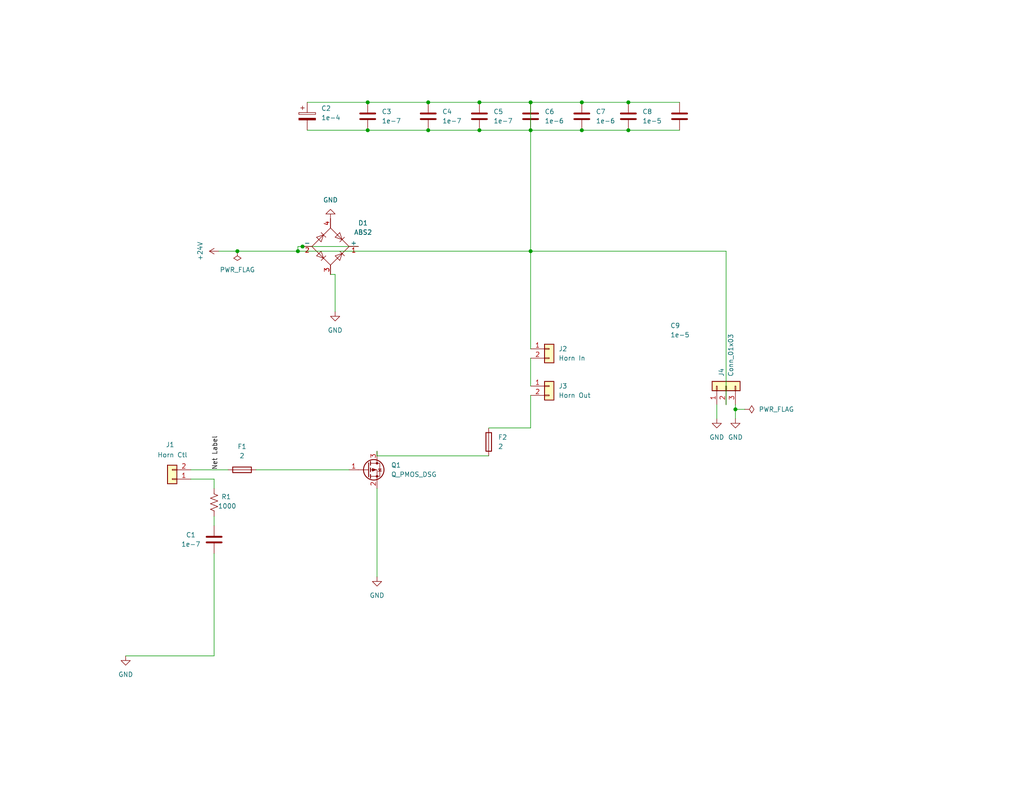
<source format=kicad_sch>
(kicad_sch (version 20231120) (generator "eeschema") (generator_version "8.0")
  (paper "USLetter")
  (title_block (title "HornBoard") (date "2024-10-09") (rev "1.0") (company "Illini Solar Car") (comment 1 "Designed By: Pranav Balasubramanian"))
  (lib_symbols
    (symbol "Connector_Generic:Conn_01x02" (pin_names (offset 1.016) hide)
      (property "Reference" "J" (at 0 2.54 0))
      (property "Value" "Conn_01x02" (at 0 -5.08 0))
      (symbol "Conn_01x02_1_1"
        (rectangle (start -1.27 -2.413) (end 0 -2.667) (stroke (width 0.1524)))
        (rectangle (start -1.27 0.127) (end 0 -0.127) (stroke (width 0.1524)))
        (rectangle (start -1.27 1.27) (end 1.27 -3.81) (stroke (width 0.254)) (fill (type background)))
        (pin passive line (at -5.08 0 0) (length 3.81) (name "Pin_1") (number "1"))
        (pin passive line (at -5.08 -2.54 0) (length 3.81) (name "Pin_2") (number "2"))
      )
    )
    (symbol "Connector_Generic:Conn_01x03" (pin_names (offset 1.016) hide)
      (property "Reference" "J" (at 0 5.08 0))
      (property "Value" "Conn_01x03" (at 0 -5.08 0))
      (symbol "Conn_01x03_1_1"
        (rectangle (start -1.27 -2.413) (end 0 -2.667) (stroke (width 0.1524)))
        (rectangle (start -1.27 0.127) (end 0 -0.127) (stroke (width 0.1524)))
        (rectangle (start -1.27 2.667) (end 0 2.413) (stroke (width 0.1524)))
        (rectangle (start -1.27 3.81) (end 1.27 -3.81) (stroke (width 0.254)) (fill (type background)))
        (pin passive line (at -5.08 2.54 0) (length 3.81) (name "Pin_1") (number "1"))
        (pin passive line (at -5.08 0 0) (length 3.81) (name "Pin_2") (number "2"))
        (pin passive line (at -5.08 -2.54 0) (length 3.81) (name "Pin_3") (number "3"))
      )
    )
    (symbol "Device:Fuse" (pin_numbers hide) (pin_names (offset 0))
      (property "Reference" "F" (at 2.032 0 90))
      (property "Value" "Fuse" (at -1.905 0 90))
      (symbol "Fuse_0_1"
        (rectangle (start -0.762 -2.54) (end 0.762 2.54) (stroke (width 0.254)))
        (polyline (pts (xy 0 2.54) (xy 0 -2.54)))
      )
      (symbol "Fuse_1_1"
        (pin passive line (at 0 3.81 270) (length 1.27) (name "~") (number "1"))
        (pin passive line (at 0 -3.81 90) (length 1.27) (name "~") (number "2"))
      )
    )
    (symbol "Device:R_US" (pin_numbers hide) (pin_names (offset 0))
      (property "Reference" "R" (at 2.54 0 90))
      (property "Value" "R_US" (at -2.54 0 90))
      (symbol "R_US_0_1"
        (polyline (pts (xy 0 -2.286) (xy 0 -2.54)))
        (polyline (pts (xy 0 2.286) (xy 0 2.54)))
        (polyline (pts (xy 0 -0.762) (xy 1.016 -1.143) (xy 0 -1.524) (xy -1.016 -1.905) (xy 0 -2.286)))
        (polyline (pts (xy 0 0.762) (xy 1.016 0.381) (xy 0 0) (xy -1.016 -0.381) (xy 0 -0.762)))
        (polyline (pts (xy 0 2.286) (xy 1.016 1.905) (xy 0 1.524) (xy -1.016 1.143) (xy 0 0.762)))
      )
      (symbol "R_US_1_1"
        (pin passive line (at 0 3.81 270) (length 1.27) (name "~") (number "1"))
        (pin passive line (at 0 -3.81 90) (length 1.27) (name "~") (number "2"))
      )
    )
    (symbol "Diode_Bridge:ABS2" (pin_names (offset 0))
      (property "Reference" "D" (at 2.54 6.985 0))
      (property "Value" "ABS2" (at 2.54 5.08 0))
      (symbol "ABS2_0_1"
        (polyline (pts (xy -2.54 3.81) (xy -1.27 2.54)))
        (polyline (pts (xy -1.27 -2.54) (xy -2.54 -3.81)))
        (polyline (pts (xy 2.54 -1.27) (xy 3.81 -2.54)))
        (polyline (pts (xy 2.54 1.27) (xy 3.81 2.54)))
        (polyline (pts (xy -3.81 2.54) (xy -2.54 1.27) (xy -1.905 3.175) (xy -3.81 2.54)))
        (polyline (pts (xy -2.54 -1.27) (xy -3.81 -2.54) (xy -1.905 -3.175) (xy -2.54 -1.27)))
        (polyline (pts (xy 1.27 2.54) (xy 2.54 3.81) (xy 3.175 1.905) (xy 1.27 2.54)))
        (polyline (pts (xy 3.175 -1.905) (xy 1.27 -2.54) (xy 2.54 -3.81) (xy 3.175 -1.905)))
        (polyline (pts (xy -5.08 0) (xy 0 -5.08) (xy 5.08 0) (xy 0 5.08) (xy -5.08 0)))
      )
      (symbol "ABS2_1_1"
        (pin passive line (at 7.62 0 180) (length 2.54) (name "+") (number "1"))
        (pin passive line (at -7.62 0 0) (length 2.54) (name "-") (number "2"))
        (pin passive line (at 0 -7.62 90) (length 2.54) (name "~") (number "3"))
        (pin passive line (at 0 7.62 270) (length 2.54) (name "~") (number "4"))
      )
    )
    (symbol "device:C" (pin_numbers hide) (pin_names (offset 0.254))
      (property "Reference" "C" (at 0.635 2.54 0))
      (property "Value" "C" (at 0.635 -2.54 0))
      (symbol "C_0_1"
        (polyline (pts (xy -2.032 -0.762) (xy 2.032 -0.762)) (stroke (width 0.508)))
        (polyline (pts (xy -2.032 0.762) (xy 2.032 0.762)) (stroke (width 0.508)))
      )
      (symbol "C_1_1"
        (pin passive line (at 0 3.81 270) (length 2.794) (name "~") (number "1"))
        (pin passive line (at 0 -3.81 90) (length 2.794) (name "~") (number "2"))
      )
    )
    (symbol "device:C_Polarized" (pin_numbers hide) (pin_names (offset 0.254))
      (property "Reference" "C" (at 0.635 2.54 0))
      (property "Value" "C_Polarized" (at 0.635 -2.54 0))
      (symbol "C_Polarized_0_1"
        (rectangle (start -2.286 0.508) (end 2.286 1.016))
        (polyline (pts (xy -1.778 2.286) (xy -0.762 2.286)))
        (polyline (pts (xy -1.27 2.794) (xy -1.27 1.778)))
        (rectangle (start 2.286 -0.508) (end -2.286 -1.016) (fill (type outline)))
      )
      (symbol "C_Polarized_1_1"
        (pin passive line (at 0 3.81 270) (length 2.794) (name "~") (number "1"))
        (pin passive line (at 0 -3.81 90) (length 2.794) (name "~") (number "2"))
      )
    )
    (symbol "device:Q_PMOS_GSD" (pin_names (offset 0) hide)
      (property "Reference" "Q" (at 5.08 1.27 0))
      (property "Value" "Q_PMOS_GSD" (at 5.08 -1.27 0))
      (symbol "Q_PMOS_GSD_0_1"
        (polyline (pts (xy 0.254 0) (xy -2.54 0)))
        (polyline (pts (xy 0.254 1.905) (xy 0.254 -1.905)) (stroke (width 0.254)))
        (polyline (pts (xy 0.762 -1.27) (xy 0.762 -2.286)) (stroke (width 0.254)))
        (polyline (pts (xy 0.762 0.508) (xy 0.762 -0.508)) (stroke (width 0.254)))
        (polyline (pts (xy 0.762 2.286) (xy 0.762 1.27)) (stroke (width 0.254)))
        (polyline (pts (xy 2.54 2.54) (xy 2.54 1.778)))
        (polyline (pts (xy 2.54 -2.54) (xy 2.54 0) (xy 0.762 0)))
        (polyline (pts (xy 0.762 1.778) (xy 3.302 1.778) (xy 3.302 -1.778) (xy 0.762 -1.778)))
        (polyline (pts (xy 2.286 0) (xy 1.27 0.381) (xy 1.27 -0.381) (xy 2.286 0)) (fill (type outline)))
        (polyline (pts (xy 2.794 -0.508) (xy 2.921 -0.381) (xy 3.683 -0.381) (xy 3.81 -0.254)))
        (polyline (pts (xy 3.302 -0.381) (xy 2.921 0.254) (xy 3.683 0.254) (xy 3.302 -0.381)))
        (circle (center 1.651 0) (radius 2.794) (stroke (width 0.254)))
        (circle (center 2.54 -1.778) (radius 0.254) (fill (type outline)))
        (circle (center 2.54 1.778) (radius 0.254) (fill (type outline)))
      )
      (symbol "Q_PMOS_GSD_1_1"
        (pin input line (at -5.08 0 0) (length 2.54) (name "G") (number "1"))
        (pin passive line (at 2.54 -5.08 90) (length 2.54) (name "S") (number "2"))
        (pin passive line (at 2.54 5.08 270) (length 2.54) (name "D") (number "3"))
      )
    )
    (symbol "power:+24V" (power) (pin_names (offset 0))
      (property "Value" "+24V" (at 0 3.556 0))
      (symbol "+24V_0_1"
        (polyline (pts (xy -0.762 1.27) (xy 0 2.54)))
        (polyline (pts (xy 0 0) (xy 0 2.54)))
        (polyline (pts (xy 0 2.54) (xy 0.762 1.27)))
      )
      (symbol "+24V_1_1"
        (pin power_in line (at 0 0 90) (length 0) hide (name "+24V") (number "1"))
      )
    )
    (symbol "power:GND" (power) (pin_names (offset 0))
      (property "Value" "GND" (at 0 -3.81 0))
      (symbol "GND_0_1"
        (polyline (pts (xy 0 0) (xy 0 -1.27) (xy 1.27 -1.27) (xy 0 -2.54) (xy -1.27 -1.27) (xy 0 -1.27)))
      )
      (symbol "GND_1_1"
        (pin power_in line (at 0 0 270) (length 0) hide (name "GND") (number "1"))
      )
    )
    (symbol "power:PWR_FLAG" (power) (pin_numbers hide) (pin_names (offset 0) hide)
      (property "Value" "PWR_FLAG" (at 0 3.81 0))
      (symbol "PWR_FLAG_0_0"
        (pin power_out line (at 0 0 90) (length 0) (name "pwr") (number "1"))
      )
      (symbol "PWR_FLAG_0_1"
        (polyline (pts (xy 0 0) (xy 0 1.27) (xy -1.016 1.905) (xy 0 2.54) (xy 1.016 1.905) (xy 0 1.27)))
      )
    )
  )
  (junction (at 116.84 35.56))
  (junction (at 100.33 27.94))
  (junction (at 144.78 27.94))
  (junction (at 64.77 68.58))
  (junction (at 116.84 27.94))
  (junction (at 171.45 35.56))
  (junction (at 200.66 111.76))
  (junction (at 130.81 35.56))
  (junction (at 171.45 27.94))
  (junction (at 158.75 35.56))
  (junction (at 144.78 35.56))
  (junction (at 158.75 27.94))
  (junction (at 81.28 68.58))
  (junction (at 82.55 67.31))
  (junction (at 144.78 68.58))
  (junction (at 100.33 35.56))
  (junction (at 130.81 27.94))
  (wire (pts (xy 100.33 35.56) (xy 116.84 35.56)))
  (wire (pts (xy 200.66 111.76) (xy 200.66 114.3)))
  (wire (pts (xy 58.42 179.07) (xy 34.29 179.07)))
  (wire (pts (xy 158.75 27.94) (xy 171.45 27.94)))
  (wire (pts (xy 144.78 35.56) (xy 144.78 27.94)))
  (wire (pts (xy 91.44 74.93) (xy 91.44 85.09)))
  (wire (pts (xy 144.78 27.94) (xy 158.75 27.94)))
  (wire (pts (xy 144.78 35.56) (xy 158.75 35.56)))
  (wire (pts (xy 144.78 68.58) (xy 144.78 95.25)))
  (wire (pts (xy 81.28 68.58) (xy 81.28 67.31)))
  (wire (pts (xy 200.66 111.76) (xy 203.2 111.76)))
  (wire (pts (xy 69.85 128.27) (xy 95.25 128.27)))
  (wire (pts (xy 116.84 27.94) (xy 130.81 27.94)))
  (wire (pts (xy 58.42 140.97) (xy 58.42 143.51)))
  (wire (pts (xy 52.07 128.27) (xy 62.23 128.27)))
  (wire (pts (xy 81.28 67.31) (xy 82.55 67.31)))
  (wire (pts (xy 58.42 130.81) (xy 58.42 133.35)))
  (wire (pts (xy 82.55 67.31) (xy 97.79 67.31)))
  (wire (pts (xy 130.81 35.56) (xy 144.78 35.56)))
  (wire (pts (xy 83.82 27.94) (xy 100.33 27.94)))
  (wire (pts (xy 144.78 116.84) (xy 133.35 116.84)))
  (wire (pts (xy 158.75 35.56) (xy 171.45 35.56)))
  (wire (pts (xy 102.87 124.46) (xy 133.35 124.46)))
  (wire (pts (xy 144.78 97.79) (xy 144.78 105.41)))
  (wire (pts (xy 130.81 27.94) (xy 144.78 27.94)))
  (wire (pts (xy 102.87 133.35) (xy 102.87 157.48)))
  (wire (pts (xy 91.44 74.93) (xy 90.17 74.93)))
  (wire (pts (xy 64.77 68.58) (xy 81.28 68.58)))
  (wire (pts (xy 198.12 68.58) (xy 198.12 110.49)))
  (wire (pts (xy 102.87 124.46) (xy 102.87 123.19)))
  (wire (pts (xy 144.78 68.58) (xy 81.28 68.58)))
  (wire (pts (xy 144.78 107.95) (xy 144.78 116.84)))
  (wire (pts (xy 171.45 35.56) (xy 185.42 35.56)))
  (wire (pts (xy 116.84 35.56) (xy 130.81 35.56)))
  (wire (pts (xy 195.58 110.49) (xy 195.58 114.3)))
  (wire (pts (xy 100.33 27.94) (xy 116.84 27.94)))
  (wire (pts (xy 144.78 68.58) (xy 198.12 68.58)))
  (wire (pts (xy 144.78 68.58) (xy 144.78 35.56)))
  (wire (pts (xy 52.07 130.81) (xy 58.42 130.81)))
  (wire (pts (xy 200.66 110.49) (xy 200.66 111.76)))
  (wire (pts (xy 58.42 151.13) (xy 58.42 179.07)))
  (wire (pts (xy 59.69 68.58) (xy 64.77 68.58)))
  (wire (pts (xy 171.45 27.94) (xy 185.42 27.94)))
  (wire (pts (xy 83.82 35.56) (xy 100.33 35.56)))
  (label "Net Label" (at 59.69 128.27 90))
  (symbol (lib_id "device:C") (at 58.42 147.32 180) (unit 1)
    (property "Reference" "C1" (at 52.07 146.05 0))
    (property "Value" "1e-7" (at 52.07 148.59 0))
    (property "Footprint" "Capacitor_SMD:C_0603_1608Metric_Pad1.08x0.95mm_HandSolder" (effects (hide yes)))
    (property "Description" "Unpolarized capacitor" (effects (hide yes)))
    (property "MPN" "CAP CER 0.1uF 50V 0603" (effects (hide yes)))
  )
  (symbol (lib_id "power:GND") (at 200.66 114.3 0) (unit 1)
    (property "Reference" "#PWR07" (effects (hide yes)))
    (property "Value" "GND" (at 200.66 119.38 0))
    (property "Description" "Power symbol creates a global label with name \"GND\" , ground" (effects (hide yes)))
  )
  (symbol (lib_id "device:C") (at 116.84 31.75 0) (unit 1)
    (property "Reference" "C4" (at 120.65 30.4799 0) (effects (justify left)))
    (property "Value" "1e-7" (at 120.65 33.0199 0) (effects (justify left)))
    (property "Footprint" "Capacitor_SMD:C_0603_1608Metric_Pad1.08x0.95mm_HandSolder" (effects (hide yes)))
    (property "Description" "Unpolarized capacitor" (effects (hide yes)))
    (property "MPN" "CAP CER 0.1uF 50V 0603" (effects (hide yes)))
  )
  (symbol (lib_id "device:C_Polarized") (at 83.82 31.75 0) (unit 1)
    (property "Reference" "C2" (at 87.63 29.5909 0) (effects (justify left)))
    (property "Value" "1e-4" (at 87.63 32.1309 0) (effects (justify left)))
    (property "Footprint" "Capacitor_SMD:C_0603_1608Metric_Pad1.08x0.95mm_HandSolder" (effects (hide yes)))
    (property "Description" "Polarized capacitor" (effects (hide yes)))
  )
  (symbol (lib_id "device:C") (at 185.42 31.75 0) (unit 1)
    (property "Reference" "C9" (at 182.88 88.8999 0) (effects (justify left)))
    (property "Value" "1e-5" (at 182.88 91.4399 0) (effects (justify left)))
    (property "Footprint" "Capacitor_SMD:C_0603_1608Metric_Pad1.08x0.95mm_HandSolder" (effects (hide yes)))
    (property "Description" "Unpolarized capacitor" (effects (hide yes)))
  )
  (symbol (lib_id "device:C") (at 158.75 31.75 0) (unit 1)
    (property "Reference" "C7" (at 162.56 30.4799 0) (effects (justify left)))
    (property "Value" "1e-6" (at 162.56 33.0199 0) (effects (justify left)))
    (property "Footprint" "Capacitor_SMD:C_0603_1608Metric_Pad1.08x0.95mm_HandSolder" (effects (hide yes)))
    (property "Description" "Unpolarized capacitor" (effects (hide yes)))
  )
  (symbol (lib_id "device:C") (at 100.33 31.75 0) (unit 1)
    (property "Reference" "C3" (at 104.14 30.4799 0) (effects (justify left)))
    (property "Value" "1e-7" (at 104.14 33.0199 0) (effects (justify left)))
    (property "Footprint" "Capacitor_SMD:C_0603_1608Metric_Pad1.08x0.95mm_HandSolder" (effects (hide yes)))
    (property "Description" "Unpolarized capacitor" (effects (hide yes)))
    (property "MPN" "CAP CER 0.1uF 50V 0603" (effects (hide yes)))
  )
  (symbol (lib_id "device:Q_PMOS_GSD") (at 100.33 128.27 0) (unit 1)
    (property "Reference" "Q1" (at 106.68 126.9999 0) (effects (justify left)))
    (property "Value" "Q_PMOS_DSG" (at 106.68 129.5399 0) (effects (justify left)))
    (property "Footprint" "Package_TO_SOT_SMD:SOT-23" (effects (hide yes)))
    (property "Description" "P-MOSFET transistor, gate/source/drain" (effects (hide yes)))
    (property "MPN" "BSS84AK" (effects (hide yes)))
  )
  (symbol (lib_id "Connector_Generic:Conn_01x02") (at 46.99 130.81 180) (unit 1)
    (property "Reference" "J1" (at 45.212 121.412 0) (effects (justify right)))
    (property "Value" "Horn Ctl" (at 42.926 124.206 0) (effects (justify right)))
    (property "Footprint" "Capacitor_SMD:CP_Elec_4x5.3" (effects (hide yes)))
    (property "Description" "Generic connector, single row, 01x02, script generated (kicad-library-utils/schlib/autogen/connector/)" (effects (hide yes)))
  )
  (symbol (lib_id "power:GND") (at 195.58 114.3 0) (unit 1)
    (property "Reference" "#PWR06" (effects (hide yes)))
    (property "Value" "GND" (at 195.58 119.38 0))
    (property "Description" "Power symbol creates a global label with name \"GND\" , ground" (effects (hide yes)))
  )
  (symbol (lib_id "Connector_Generic:Conn_01x03") (at 198.12 105.41 90) (unit 1)
    (property "Reference" "J4" (at 196.8499 102.87 0) (effects (justify left)))
    (property "Value" "Conn_01x03" (at 199.3899 102.87 0) (effects (justify left)))
    (property "Footprint" "Capacitor_SMD:CP_Elec_4x5.3" (effects (hide yes)))
    (property "Description" "Generic connector, single row, 01x03, script generated (kicad-library-utils/schlib/autogen/connector/)" (effects (hide yes)))
  )
  (symbol (lib_id "power:PWR_FLAG") (at 64.77 68.58 180) (unit 1)
    (property "Reference" "#FLG01" (effects (hide yes)))
    (property "Value" "PWR_FLAG" (at 64.77 73.66 0))
    (property "Description" "Special symbol for telling ERC where power comes from" (effects (hide yes)))
  )
  (symbol (lib_id "power:GND") (at 102.87 157.48 0) (unit 1)
    (property "Reference" "#PWR05" (effects (hide yes)))
    (property "Value" "GND" (at 102.87 162.56 0))
    (property "Description" "Power symbol creates a global label with name \"GND\" , ground" (effects (hide yes)))
  )
  (symbol (lib_id "Diode_Bridge:ABS2") (at 90.17 67.31 0) (unit 1)
    (property "Reference" "D1" (at 99.06 60.8898 0))
    (property "Value" "ABS2" (at 99.06 63.4298 0))
    (property "Footprint" "Diode_SMD:Diode_Bridge_Diotec_ABS" (effects (hide yes)))
    (property "Datasheet" "https://diotec.com/tl_files/diotec/files/pdf/datasheets/abs2.pdf" (effects (hide yes)))
    (property "Description" "Miniature Glass Passivated Single-Phase Surface Mount Bridge Rectifiers, 140V Vrms, 0.8A If, ABS SMD package" (effects (hide yes)))
  )
  (symbol (lib_id "device:C") (at 144.78 31.75 0) (unit 1)
    (property "Reference" "C6" (at 148.59 30.4799 0) (effects (justify left)))
    (property "Value" "1e-6" (at 148.59 33.0199 0) (effects (justify left)))
    (property "Footprint" "Capacitor_SMD:C_0603_1608Metric_Pad1.08x0.95mm_HandSolder" (effects (hide yes)))
    (property "Description" "Unpolarized capacitor" (effects (hide yes)))
  )
  (symbol (lib_id "Connector_Generic:Conn_01x02") (at 149.86 95.25 0) (unit 1)
    (property "Reference" "J2" (at 152.4 95.2499 0) (effects (justify left)))
    (property "Value" "Horn In" (at 152.4 97.7899 0) (effects (justify left)))
    (property "Footprint" "Capacitor_SMD:CP_Elec_4x5.3" (effects (hide yes)))
    (property "Description" "Generic connector, single row, 01x02, script generated (kicad-library-utils/schlib/autogen/connector/)" (effects (hide yes)))
  )
  (symbol (lib_id "Device:R_US") (at 58.42 137.16 0) (unit 1)
    (property "Reference" "R1" (at 61.722 135.636 0))
    (property "Value" "1000" (at 61.976 138.176 0))
    (property "Footprint" "Resistor_SMD:R_0201_0603Metric_Pad0.64x0.40mm_HandSolder" (effects (hide yes)))
    (property "Description" "Resistor, US symbol" (effects (hide yes)))
  )
  (symbol (lib_id "device:C") (at 171.45 31.75 0) (unit 1)
    (property "Reference" "C8" (at 175.26 30.4799 0) (effects (justify left)))
    (property "Value" "1e-5" (at 175.26 33.0199 0) (effects (justify left)))
    (property "Footprint" "Capacitor_SMD:C_0603_1608Metric_Pad1.08x0.95mm_HandSolder" (effects (hide yes)))
    (property "Description" "Unpolarized capacitor" (effects (hide yes)))
  )
  (symbol (lib_id "power:GND") (at 91.44 85.09 0) (unit 1)
    (property "Reference" "#PWR04" (effects (hide yes)))
    (property "Value" "GND" (at 91.44 90.17 0))
    (property "Description" "Power symbol creates a global label with name \"GND\" , ground" (effects (hide yes)))
  )
  (symbol (lib_id "Device:Fuse") (at 66.04 128.27 90) (unit 1)
    (property "Reference" "F1" (at 66.04 121.92 90))
    (property "Value" "2" (at 66.04 124.46 90))
    (property "Footprint" "Fuse:Fuse_BelFuse_0ZRE0008FF_L8.3mm_W3.8mm" (effects (hide yes)))
    (property "Description" "Fuse" (effects (hide yes)))
  )
  (symbol (lib_id "device:C") (at 130.81 31.75 0) (unit 1)
    (property "Reference" "C5" (at 134.62 30.4799 0) (effects (justify left)))
    (property "Value" "1e-7" (at 134.62 33.0199 0) (effects (justify left)))
    (property "Footprint" "Capacitor_SMD:C_0603_1608Metric_Pad1.08x0.95mm_HandSolder" (effects (hide yes)))
    (property "Description" "Unpolarized capacitor" (effects (hide yes)))
    (property "MPN" "CAP CER 0.1uF 50V 0603" (effects (hide yes)))
  )
  (symbol (lib_id "power:PWR_FLAG") (at 203.2 111.76 270) (unit 1)
    (property "Reference" "#FLG02" (effects (hide yes)))
    (property "Value" "PWR_FLAG" (at 207.01 111.7599 90) (effects (justify left)))
    (property "Description" "Special symbol for telling ERC where power comes from" (effects (hide yes)))
  )
  (symbol (lib_id "Device:Fuse") (at 133.35 120.65 0) (unit 1)
    (property "Reference" "F2" (at 135.89 119.3799 0) (effects (justify left)))
    (property "Value" "2" (at 135.89 121.9199 0) (effects (justify left)))
    (property "Footprint" "Fuse:Fuse_BelFuse_0ZRE0008FF_L8.3mm_W3.8mm" (effects (hide yes)))
    (property "Description" "Fuse" (effects (hide yes)))
  )
  (symbol (lib_id "power:GND") (at 34.29 179.07 0) (unit 1)
    (property "Reference" "#PWR02" (effects (hide yes)))
    (property "Value" "GND" (at 34.29 184.15 0))
    (property "Description" "Power symbol creates a global label with name \"GND\" , ground" (effects (hide yes)))
  )
  (symbol (lib_id "power:GND") (at 90.17 59.69 180) (unit 1)
    (property "Reference" "#PWR03" (effects (hide yes)))
    (property "Value" "GND" (at 90.17 54.61 0))
    (property "Description" "Power symbol creates a global label with name \"GND\" , ground" (effects (hide yes)))
  )
  (symbol (lib_id "Connector_Generic:Conn_01x02") (at 149.86 105.41 0) (unit 1)
    (property "Reference" "J3" (at 152.4 105.4099 0) (effects (justify left)))
    (property "Value" "Horn Out" (at 152.4 107.9499 0) (effects (justify left)))
    (property "Footprint" "Capacitor_SMD:CP_Elec_4x5.3" (effects (hide yes)))
    (property "Description" "Generic connector, single row, 01x02, script generated (kicad-library-utils/schlib/autogen/connector/)" (effects (hide yes)))
  )
  (symbol (lib_id "power:+24V") (at 59.69 68.58 90) (unit 1)
    (property "Reference" "#PWR01" (effects (hide yes)))
    (property "Value" "+24V" (at 54.61 68.58 0))
    (property "Description" "Power symbol creates a global label with name \"+24V\"" (effects (hide yes)))
  )
)
</source>
